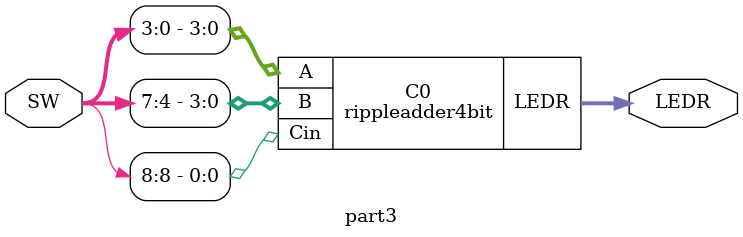
<source format=v>
module fulladder(a, b, ci, s, co);
   input a, b, ci;
   output s, co;

   // bit carried out, c_i+1 = co
   assign co = a & (ci | b) | (b & ci);
   // sum bit i
   assign s = b ^ a ^ ci;
endmodule // fulladder

module rippleadder4bit(A, B, Cin, LEDR);
   input [3:0] A, B;
   input Cin;
   output [4:0] LEDR;
   wire [2:0] Cout;

   fulladder C1(A[0], B[0], Cin, LEDR[0], Cout[0]);
   fulladder C2(A[1], B[1], Cout[0], LEDR[1], Cout[1]);
   fulladder C3(A[2], B[2], Cout[1], LEDR[2], Cout[2]);
   fulladder C4(A[3], B[3], Cout[2], LEDR[3], LEDR[4]);
endmodule // rippleadder4bit

module part3(SW, LEDR);
   input [8:0] SW;
   output [4:0] LEDR;

   rippleadder4bit C0(SW[3:0], SW[7:4], SW[8], LEDR);
endmodule // part3

</source>
